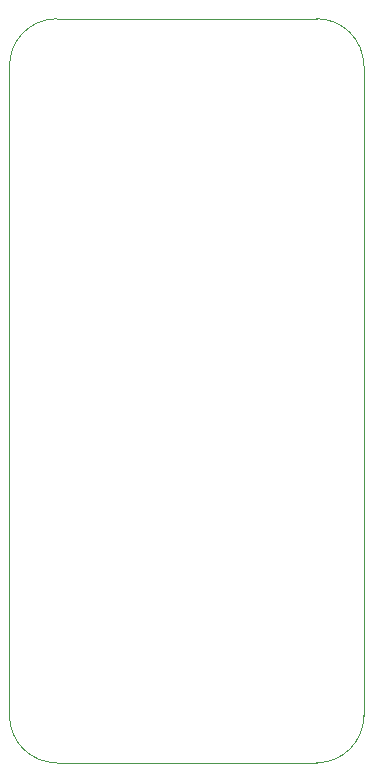
<source format=gbr>
%TF.GenerationSoftware,KiCad,Pcbnew,(6.0.4)*%
%TF.CreationDate,2022-05-04T17:58:45+02:00*%
%TF.ProjectId,dip28,64697032-382e-46b6-9963-61645f706362,1.0*%
%TF.SameCoordinates,Original*%
%TF.FileFunction,Profile,NP*%
%FSLAX46Y46*%
G04 Gerber Fmt 4.6, Leading zero omitted, Abs format (unit mm)*
G04 Created by KiCad (PCBNEW (6.0.4)) date 2022-05-04 17:58:45*
%MOMM*%
%LPD*%
G01*
G04 APERTURE LIST*
%TA.AperFunction,Profile*%
%ADD10C,0.100000*%
%TD*%
G04 APERTURE END LIST*
D10*
X132000002Y-161500002D02*
X132000000Y-106500000D01*
X101999998Y-161500002D02*
G75*
G03*
X105999998Y-165500002I4000002J2D01*
G01*
X128000002Y-165500002D02*
G75*
G03*
X132000002Y-161500002I-2J4000002D01*
G01*
X132000000Y-106500000D02*
G75*
G03*
X128000000Y-102500000I-4000000J0D01*
G01*
X128000000Y-102500000D02*
X105999998Y-102499998D01*
X101999998Y-106499998D02*
X101999998Y-161500002D01*
X105999998Y-102499998D02*
G75*
G03*
X101999998Y-106499998I2J-4000002D01*
G01*
X105999998Y-165500002D02*
X128000002Y-165500002D01*
M02*

</source>
